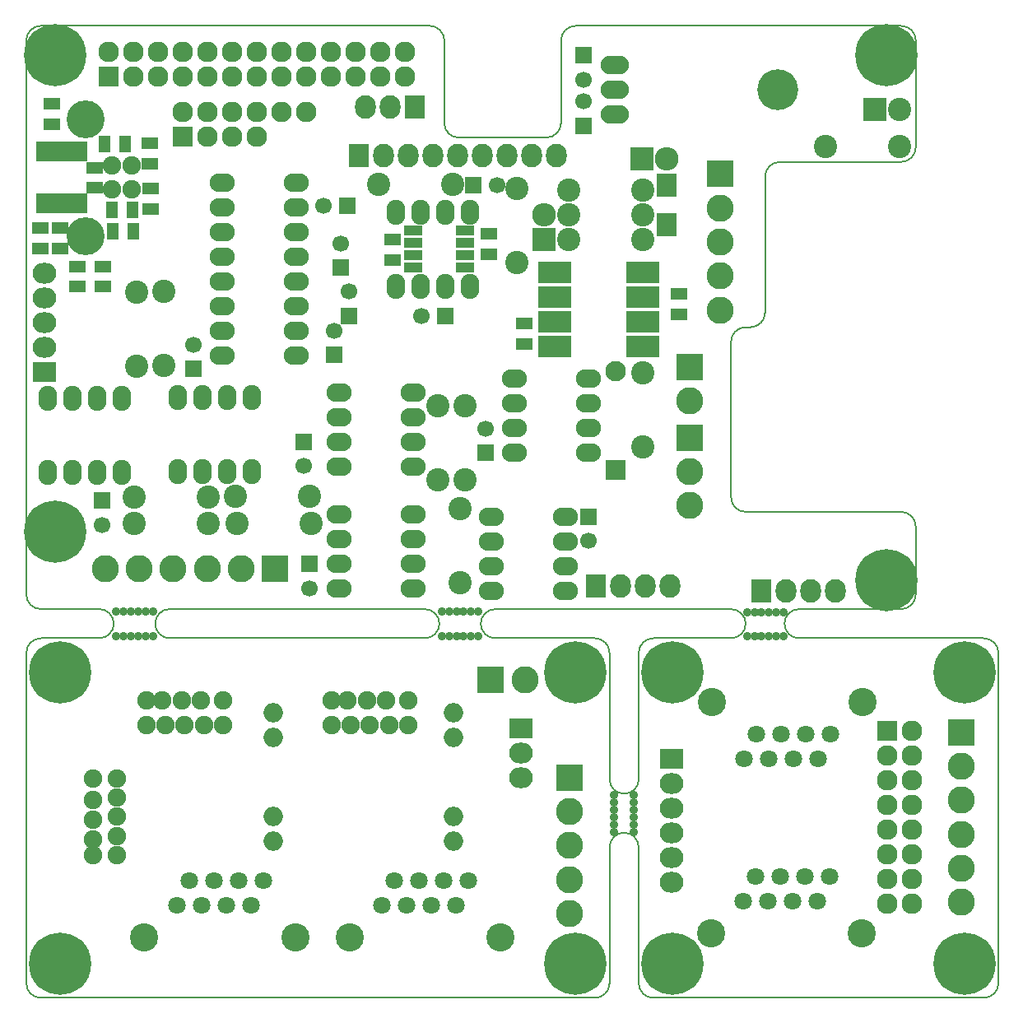
<source format=gbs>
G04 #@! TF.FileFunction,Soldermask,Bot*
%FSLAX46Y46*%
G04 Gerber Fmt 4.6, Leading zero omitted, Abs format (unit mm)*
G04 Created by KiCad (PCBNEW 4.0.2+e4-6225~38~ubuntu14.04.1-stable) date Tue 17 May 2016 07:45:52 AM CEST*
%MOMM*%
G01*
G04 APERTURE LIST*
%ADD10C,0.100000*%
%ADD11C,0.150000*%
%ADD12C,1.901140*%
%ADD13C,3.900120*%
%ADD14C,2.398980*%
%ADD15R,2.100000X2.100000*%
%ADD16O,2.127200X2.127200*%
%ADD17R,2.127200X2.127200*%
%ADD18C,1.800000*%
%ADD19C,2.900000*%
%ADD20C,0.900000*%
%ADD21R,1.700000X1.700000*%
%ADD22C,1.700000*%
%ADD23C,2.099260*%
%ADD24R,2.099260X2.099260*%
%ADD25C,6.400000*%
%ADD26O,2.120000X2.120000*%
%ADD27R,2.432000X2.432000*%
%ADD28O,2.432000X2.432000*%
%ADD29R,2.432000X2.127200*%
%ADD30O,2.432000X2.127200*%
%ADD31R,1.950000X1.000000*%
%ADD32R,3.400000X2.200000*%
%ADD33C,2.800000*%
%ADD34R,2.800000X2.800000*%
%ADD35R,2.127200X2.432000*%
%ADD36O,2.127200X2.432000*%
%ADD37O,2.899360X1.901140*%
%ADD38C,4.199840*%
%ADD39R,0.806400X2.051000*%
%ADD40O,2.000000X2.000000*%
%ADD41R,2.400000X2.400000*%
%ADD42C,2.400000*%
%ADD43R,1.300000X1.700000*%
%ADD44R,1.700000X1.300000*%
%ADD45O,2.599640X1.901140*%
%ADD46O,1.901140X2.599640*%
%ADD47R,2.100000X2.400000*%
%ADD48C,1.900000*%
G04 APERTURE END LIST*
D10*
D11*
X148250000Y-100000000D02*
X172500000Y-100000000D01*
X141000000Y-100000000D02*
X114750000Y-100000000D01*
X114750000Y-103000000D02*
X141000000Y-103000000D01*
X142500000Y-101500000D02*
G75*
G03X141000000Y-100000000I-1500000J0D01*
G01*
X141000000Y-103000000D02*
G75*
G03X142500000Y-101500000I0J1500000D01*
G01*
X101500000Y-100000000D02*
X107500000Y-100000000D01*
X101500000Y-103000000D02*
X107500000Y-103000000D01*
X148250000Y-100000000D02*
G75*
G03X146750000Y-101500000I0J-1500000D01*
G01*
X148250000Y-103000000D02*
X158500000Y-103000000D01*
X146750000Y-101500000D02*
G75*
G03X148250000Y-103000000I1500000J0D01*
G01*
X174000000Y-90000000D02*
X190000000Y-90000000D01*
X177500000Y-54000000D02*
X190000000Y-54000000D01*
X176000000Y-55500000D02*
X176000000Y-69500000D01*
X172500000Y-88500000D02*
X172500000Y-72500000D01*
X174000000Y-71000000D02*
X174500000Y-71000000D01*
X174500000Y-71000000D02*
G75*
G03X176000000Y-69500000I0J1500000D01*
G01*
X174000000Y-71000000D02*
G75*
G03X172500000Y-72500000I0J-1500000D01*
G01*
X161500000Y-119000000D02*
G75*
G03X163000000Y-117500000I0J1500000D01*
G01*
X163000000Y-124500000D02*
G75*
G03X161500000Y-123000000I-1500000J0D01*
G01*
X163000000Y-124500000D02*
X163000000Y-138500000D01*
X163000000Y-104500000D02*
X163000000Y-117500000D01*
X160000000Y-124500000D02*
X160000000Y-138500000D01*
X160000000Y-104500000D02*
X160000000Y-117500000D01*
X161500000Y-123000000D02*
G75*
G03X160000000Y-124500000I0J-1500000D01*
G01*
X160000000Y-117500000D02*
G75*
G03X161500000Y-119000000I1500000J0D01*
G01*
X164500000Y-103000000D02*
X172500000Y-103000000D01*
X164500000Y-140000000D02*
X198500000Y-140000000D01*
X163000000Y-138500000D02*
G75*
G03X164500000Y-140000000I1500000J0D01*
G01*
X158500000Y-140000000D02*
G75*
G03X160000000Y-138500000I0J1500000D01*
G01*
X164500000Y-103000000D02*
G75*
G03X163000000Y-104500000I0J-1500000D01*
G01*
X160000000Y-104500000D02*
G75*
G03X158500000Y-103000000I-1500000J0D01*
G01*
X113250000Y-101500000D02*
G75*
G03X114750000Y-103000000I1500000J0D01*
G01*
X114750000Y-100000000D02*
G75*
G03X113250000Y-101500000I0J-1500000D01*
G01*
X174000000Y-101500000D02*
G75*
G03X172500000Y-100000000I-1500000J0D01*
G01*
X172500000Y-103000000D02*
G75*
G03X174000000Y-101500000I0J1500000D01*
G01*
X178000000Y-101500000D02*
G75*
G03X179500000Y-103000000I1500000J0D01*
G01*
X179500000Y-100000000D02*
G75*
G03X178000000Y-101500000I0J-1500000D01*
G01*
X190000000Y-100000000D02*
X179500000Y-100000000D01*
X198500000Y-103000000D02*
X179500000Y-103000000D01*
X107500000Y-103000000D02*
G75*
G03X109000000Y-101500000I0J1500000D01*
G01*
X109000000Y-101500000D02*
G75*
G03X107500000Y-100000000I-1500000J0D01*
G01*
X198500000Y-140000000D02*
G75*
G03X200000000Y-138500000I0J1500000D01*
G01*
X200000000Y-104500000D02*
G75*
G03X198500000Y-103000000I-1500000J0D01*
G01*
X101500000Y-103000000D02*
G75*
G03X100000000Y-104500000I0J-1500000D01*
G01*
X100000000Y-138500000D02*
G75*
G03X101500000Y-140000000I1500000J0D01*
G01*
X100000000Y-104500000D02*
X100000000Y-138500000D01*
X200000000Y-104500000D02*
X200000000Y-138500000D01*
X101500000Y-140000000D02*
X158500000Y-140000000D01*
X191500000Y-91500000D02*
G75*
G03X190000000Y-90000000I-1500000J0D01*
G01*
X172500000Y-88500000D02*
G75*
G03X174000000Y-90000000I1500000J0D01*
G01*
X177500000Y-54000000D02*
G75*
G03X176000000Y-55500000I0J-1500000D01*
G01*
X190000000Y-54000000D02*
G75*
G03X191500000Y-52500000I0J1500000D01*
G01*
X191500000Y-41500000D02*
X191500000Y-52500000D01*
X143000000Y-41500000D02*
G75*
G03X141500000Y-40000000I-1500000J0D01*
G01*
X156500000Y-40000000D02*
G75*
G03X155000000Y-41500000I0J-1500000D01*
G01*
X153500000Y-51500000D02*
G75*
G03X155000000Y-50000000I0J1500000D01*
G01*
X143000000Y-50000000D02*
G75*
G03X144500000Y-51500000I1500000J0D01*
G01*
X144500000Y-51500000D02*
X153500000Y-51500000D01*
X143000000Y-41500000D02*
X143000000Y-50000000D01*
X155000000Y-41500000D02*
X155000000Y-50000000D01*
X190000000Y-40000000D02*
X156500000Y-40000000D01*
X100000000Y-41500000D02*
X100000000Y-98500000D01*
X191500000Y-91500000D02*
X191500000Y-98500000D01*
X191500000Y-41500000D02*
G75*
G03X190000000Y-40000000I-1500000J0D01*
G01*
X190000000Y-100000000D02*
G75*
G03X191500000Y-98500000I0J1500000D01*
G01*
X100000000Y-98500000D02*
G75*
G03X101500000Y-100000000I1500000J0D01*
G01*
X101500000Y-40000000D02*
G75*
G03X100000000Y-41500000I0J-1500000D01*
G01*
X101500000Y-40000000D02*
X141500000Y-40000000D01*
D12*
X108839000Y-54356000D03*
X108839000Y-56845200D03*
X110845600Y-56845200D03*
X110845600Y-54356000D03*
D13*
X106121200Y-49580800D03*
X106121200Y-61620400D03*
D14*
X155829000Y-56896000D03*
X163449000Y-56896000D03*
D15*
X116103400Y-51384200D03*
D16*
X116103400Y-48844200D03*
X118643400Y-51384200D03*
X118643400Y-48844200D03*
X121183400Y-51384200D03*
X121183400Y-48844200D03*
X123723400Y-51384200D03*
X123723400Y-48844200D03*
D17*
X108483400Y-45212000D03*
D16*
X108483400Y-42672000D03*
X111023400Y-45212000D03*
X111023400Y-42672000D03*
X113563400Y-45212000D03*
X113563400Y-42672000D03*
X116103400Y-45212000D03*
X116103400Y-42672000D03*
X118643400Y-45212000D03*
X118643400Y-42672000D03*
X121183400Y-45212000D03*
X121183400Y-42672000D03*
X123723400Y-45212000D03*
X123723400Y-42672000D03*
X126263400Y-45212000D03*
X126263400Y-42672000D03*
X128803400Y-45212000D03*
X128803400Y-42672000D03*
X131343400Y-45212000D03*
X131343400Y-42672000D03*
X133883400Y-45212000D03*
X133883400Y-42672000D03*
X136423400Y-45212000D03*
X136423400Y-42672000D03*
X138963400Y-45212000D03*
X138963400Y-42672000D03*
D18*
X117995000Y-130460000D03*
X115455000Y-130460000D03*
X116725000Y-127920000D03*
X119265000Y-127920000D03*
X120535000Y-130460000D03*
X121805000Y-127920000D03*
X123075000Y-130460000D03*
X124345000Y-127920000D03*
D19*
X112150000Y-133750000D03*
X127650000Y-133750000D03*
D20*
X142750000Y-100250000D03*
X143500000Y-100250000D03*
X144250000Y-100250000D03*
X145000000Y-100250000D03*
X145750000Y-100250000D03*
X146500000Y-100250000D03*
X142750000Y-102750000D03*
X143500000Y-102750000D03*
X144250000Y-102750000D03*
X145000000Y-102750000D03*
X145750000Y-102750000D03*
X146500000Y-102750000D03*
D21*
X133032500Y-58483500D03*
D22*
X130532500Y-58483500D03*
D21*
X132334000Y-64897000D03*
D22*
X132334000Y-62397000D03*
D20*
X109250000Y-100250000D03*
X110000000Y-100250000D03*
X110750000Y-100250000D03*
X111500000Y-100250000D03*
X112250000Y-100250000D03*
X113000000Y-100250000D03*
X109250000Y-102750000D03*
X110000000Y-102750000D03*
X110750000Y-102750000D03*
X111500000Y-102750000D03*
X112250000Y-102750000D03*
X113000000Y-102750000D03*
X174150000Y-100350000D03*
X174900000Y-100350000D03*
X175650000Y-100350000D03*
X176400000Y-100350000D03*
X177150000Y-100350000D03*
X177900000Y-100350000D03*
X174150000Y-102750000D03*
X174900000Y-102750000D03*
X175650000Y-102750000D03*
X176400000Y-102750000D03*
X177150000Y-102750000D03*
X177900000Y-102750000D03*
X162450000Y-119150000D03*
X162450000Y-119900000D03*
X162450000Y-120650000D03*
X162450000Y-121400000D03*
X162450000Y-122150000D03*
X162450000Y-122900000D03*
D21*
X133223000Y-69850000D03*
D22*
X133223000Y-67350000D03*
D23*
X160652460Y-75564480D03*
D24*
X160652460Y-85724480D03*
D25*
X196500000Y-136500000D03*
X196500000Y-106500000D03*
X166500000Y-106500000D03*
X166500000Y-136500000D03*
X156500000Y-136500000D03*
X156500000Y-106500000D03*
X103500000Y-106500000D03*
X103500000Y-136500000D03*
X103000000Y-92000000D03*
D21*
X145963000Y-56388000D03*
D22*
X148463000Y-56388000D03*
D21*
X143129000Y-69850000D03*
D22*
X140629000Y-69850000D03*
D26*
X126263400Y-48844200D03*
X128803400Y-48844200D03*
D27*
X153289000Y-61976000D03*
D28*
X153289000Y-59436000D03*
D25*
X188500000Y-43000000D03*
X188500000Y-97000000D03*
X103000000Y-43000000D03*
D21*
X157353000Y-43053000D03*
D22*
X157353000Y-45553000D03*
D21*
X157353000Y-50292000D03*
D22*
X157353000Y-47792000D03*
D21*
X128549400Y-82804000D03*
D22*
X128549400Y-85304000D03*
D21*
X129159000Y-95377000D03*
D22*
X129159000Y-97877000D03*
D21*
X107823000Y-88836500D03*
D22*
X107823000Y-91336500D03*
D21*
X117221000Y-75311000D03*
D22*
X117221000Y-72811000D03*
D21*
X157835600Y-90474800D03*
D22*
X157835600Y-92974800D03*
D29*
X101854000Y-75628500D03*
D30*
X101854000Y-73088500D03*
X101854000Y-70548500D03*
X101854000Y-68008500D03*
X101854000Y-65468500D03*
D31*
X139761000Y-64897000D03*
X139761000Y-63627000D03*
X139761000Y-62357000D03*
X139761000Y-61087000D03*
X145161000Y-61087000D03*
X145161000Y-62357000D03*
X145161000Y-63627000D03*
X145161000Y-64897000D03*
D32*
X154377000Y-73025000D03*
X154377000Y-70485000D03*
X154377000Y-67945000D03*
X154377000Y-65405000D03*
X163377000Y-65405000D03*
X163377000Y-67945000D03*
X163377000Y-70485000D03*
X163377000Y-73025000D03*
D14*
X144653000Y-97282000D03*
X144653000Y-89662000D03*
X142367000Y-86741000D03*
X142367000Y-79121000D03*
X145161000Y-79121000D03*
X145161000Y-86741000D03*
X121666000Y-91186000D03*
X129286000Y-91186000D03*
X111125000Y-88519000D03*
X118745000Y-88519000D03*
X121539000Y-88392000D03*
X129159000Y-88392000D03*
X118745000Y-91186000D03*
X111125000Y-91186000D03*
X111379000Y-75057000D03*
X111379000Y-67437000D03*
X114173000Y-74930000D03*
X114173000Y-67310000D03*
X163449000Y-75692000D03*
X163449000Y-83312000D03*
D33*
X122090000Y-95820000D03*
D34*
X125590000Y-95820000D03*
D33*
X118590000Y-95820000D03*
X115090000Y-95820000D03*
X111590000Y-95820000D03*
X108090000Y-95820000D03*
X151292500Y-107253000D03*
D34*
X147792500Y-107253000D03*
D33*
X171385000Y-58730000D03*
D34*
X171385000Y-55230000D03*
D33*
X171385000Y-62230000D03*
X171385000Y-65730000D03*
X171385000Y-69230000D03*
X155891000Y-120833000D03*
D34*
X155891000Y-117333000D03*
D33*
X155891000Y-124333000D03*
X155891000Y-127833000D03*
X155891000Y-131333000D03*
D27*
X163322000Y-53721000D03*
D28*
X165862000Y-53721000D03*
D14*
X150495000Y-64389000D03*
X150495000Y-56769000D03*
X155829000Y-61976000D03*
X163449000Y-61976000D03*
X155829000Y-59436000D03*
X163449000Y-59436000D03*
D33*
X196150000Y-116162000D03*
D34*
X196150000Y-112662000D03*
D33*
X196150000Y-119662000D03*
X196150000Y-123162000D03*
X196150000Y-126662000D03*
X196150000Y-130162000D03*
D35*
X139935800Y-48326200D03*
D36*
X137395800Y-48326200D03*
X134855800Y-48326200D03*
D20*
X160450000Y-119150000D03*
X160450000Y-119900000D03*
X160450000Y-120650000D03*
X160450000Y-121400000D03*
X160450000Y-122150000D03*
X160450000Y-122900000D03*
D18*
X180213000Y-112893000D03*
X182753000Y-112893000D03*
X181483000Y-115433000D03*
X178943000Y-115433000D03*
X177673000Y-112893000D03*
X176403000Y-115433000D03*
X175133000Y-112893000D03*
X173863000Y-115433000D03*
D19*
X186058000Y-109603000D03*
X170558000Y-109603000D03*
D18*
X176276000Y-130058000D03*
X173736000Y-130058000D03*
X175006000Y-127518000D03*
X177546000Y-127518000D03*
X178816000Y-130058000D03*
X180086000Y-127518000D03*
X181356000Y-130058000D03*
X182626000Y-127518000D03*
D19*
X170431000Y-133348000D03*
X185931000Y-133348000D03*
D18*
X139095000Y-130460000D03*
X136555000Y-130460000D03*
X137825000Y-127920000D03*
X140365000Y-127920000D03*
X141635000Y-130460000D03*
X142905000Y-127920000D03*
X144175000Y-130460000D03*
X145445000Y-127920000D03*
D19*
X133250000Y-133750000D03*
X148750000Y-133750000D03*
D17*
X188595000Y-112522000D03*
D16*
X191135000Y-112522000D03*
X188595000Y-115062000D03*
X191135000Y-115062000D03*
X188595000Y-117602000D03*
X191135000Y-117602000D03*
X188595000Y-120142000D03*
X191135000Y-120142000D03*
X188595000Y-122682000D03*
X191135000Y-122682000D03*
X188595000Y-125222000D03*
X191135000Y-125222000D03*
X188595000Y-127762000D03*
X191135000Y-127762000D03*
X188595000Y-130302000D03*
X191135000Y-130302000D03*
D29*
X166370000Y-115443000D03*
D30*
X166370000Y-117983000D03*
X166370000Y-120523000D03*
X166370000Y-123063000D03*
X166370000Y-125603000D03*
X166370000Y-128143000D03*
D37*
X160528000Y-46609000D03*
X160528000Y-44069000D03*
X160528000Y-49149000D03*
D38*
X177292000Y-46609000D03*
D39*
X103314500Y-52959000D03*
X103949500Y-52959000D03*
X104584500Y-52959000D03*
X105219500Y-52959000D03*
X101409500Y-58293000D03*
X101409500Y-52959000D03*
X102044500Y-52959000D03*
X102679500Y-52959000D03*
X105854500Y-58293000D03*
X105219500Y-58293000D03*
X104584500Y-58293000D03*
X103949500Y-58293000D03*
X103314500Y-58293000D03*
X102679500Y-58293000D03*
X105854500Y-52959000D03*
X102044500Y-58293000D03*
D35*
X175577500Y-98171000D03*
D36*
X178117500Y-98171000D03*
X180657500Y-98171000D03*
X183197500Y-98171000D03*
D33*
X168210000Y-85852000D03*
D34*
X168210000Y-82352000D03*
D33*
X168210000Y-89352000D03*
X168210000Y-78585000D03*
D34*
X168210000Y-75085000D03*
D21*
X147256500Y-83947000D03*
D22*
X147256500Y-81447000D03*
D35*
X134239000Y-53340000D03*
D36*
X136779000Y-53340000D03*
X139319000Y-53340000D03*
X141859000Y-53340000D03*
X144399000Y-53340000D03*
X146939000Y-53340000D03*
X149479000Y-53340000D03*
X152019000Y-53340000D03*
X154559000Y-53340000D03*
D14*
X143827500Y-56324500D03*
X136207500Y-56324500D03*
D40*
X143941800Y-110642400D03*
X143941800Y-113182400D03*
X143941800Y-121310400D03*
X143941800Y-123850400D03*
X125399800Y-110642400D03*
X125399800Y-113182400D03*
X125399800Y-121310400D03*
X125399800Y-123850400D03*
D29*
X150926800Y-112242600D03*
D30*
X150926800Y-114782600D03*
X150926800Y-117322600D03*
D41*
X187325000Y-48641000D03*
D42*
X189865000Y-48641000D03*
D14*
X189865000Y-52451000D03*
X182245000Y-52451000D03*
D21*
X131699000Y-73850500D03*
D22*
X131699000Y-71350500D03*
D43*
X110905000Y-58928000D03*
X108805000Y-58928000D03*
X110968500Y-61150500D03*
X108868500Y-61150500D03*
D44*
X147574000Y-61383200D03*
X147574000Y-63483200D03*
X137642600Y-61992800D03*
X137642600Y-64092800D03*
X167182800Y-69680800D03*
X167182800Y-67580800D03*
X151257000Y-72728800D03*
X151257000Y-70628800D03*
X103441500Y-60799000D03*
X103441500Y-62899000D03*
X101409500Y-60799000D03*
X101409500Y-62899000D03*
X112776000Y-58835000D03*
X112776000Y-56735000D03*
X106997500Y-54576000D03*
X106997500Y-56676000D03*
D43*
X108043000Y-52133500D03*
X110143000Y-52133500D03*
D44*
X102616000Y-50152000D03*
X102616000Y-48052000D03*
X112712500Y-52099500D03*
X112712500Y-54199500D03*
X105283000Y-64736000D03*
X105283000Y-66836000D03*
X107886500Y-64736000D03*
X107886500Y-66836000D03*
D45*
X127810000Y-73890000D03*
X127810000Y-71350000D03*
X127810000Y-68810000D03*
X127810000Y-66270000D03*
X127810000Y-63730000D03*
X127810000Y-61190000D03*
X127810000Y-58650000D03*
X127810000Y-56110000D03*
X120190000Y-56110000D03*
X120190000Y-58650000D03*
X120190000Y-61190000D03*
X120190000Y-63730000D03*
X120190000Y-66270000D03*
X120190000Y-68810000D03*
X120190000Y-71350000D03*
X120190000Y-73890000D03*
X139827000Y-85344000D03*
X139827000Y-82804000D03*
X139827000Y-80264000D03*
X139827000Y-77724000D03*
X132207000Y-77724000D03*
X132207000Y-80264000D03*
X132207000Y-82804000D03*
X132207000Y-85344000D03*
X139827000Y-97917000D03*
X139827000Y-95377000D03*
X139827000Y-92837000D03*
X139827000Y-90297000D03*
X132207000Y-90297000D03*
X132207000Y-92837000D03*
X132207000Y-95377000D03*
X132207000Y-97917000D03*
D46*
X115570000Y-85852000D03*
X118110000Y-85852000D03*
X120650000Y-85852000D03*
X123190000Y-85852000D03*
X123190000Y-78232000D03*
X120650000Y-78232000D03*
X118110000Y-78232000D03*
X115570000Y-78232000D03*
X109791500Y-78295500D03*
X107251500Y-78295500D03*
X104711500Y-78295500D03*
X102171500Y-78295500D03*
X102171500Y-85915500D03*
X104711500Y-85915500D03*
X107251500Y-85915500D03*
X109791500Y-85915500D03*
D45*
X147828000Y-90525600D03*
X147828000Y-93065600D03*
X147828000Y-95605600D03*
X147828000Y-98145600D03*
X155448000Y-98145600D03*
X155448000Y-95605600D03*
X155448000Y-93065600D03*
X155448000Y-90525600D03*
X157861000Y-83947000D03*
X157861000Y-81407000D03*
X157861000Y-78867000D03*
X157861000Y-76327000D03*
X150241000Y-76327000D03*
X150241000Y-78867000D03*
X150241000Y-81407000D03*
X150241000Y-83947000D03*
D46*
X138049000Y-66802000D03*
X140589000Y-66802000D03*
X143129000Y-66802000D03*
X145669000Y-66802000D03*
X145669000Y-59182000D03*
X143129000Y-59182000D03*
X140589000Y-59182000D03*
X138049000Y-59182000D03*
D47*
X165862000Y-56420000D03*
X165862000Y-60420000D03*
D35*
X158597600Y-97637600D03*
D36*
X161137600Y-97637600D03*
X163677600Y-97637600D03*
X166217600Y-97637600D03*
D48*
X106825800Y-117411200D03*
X106825800Y-123661200D03*
X106825800Y-119661200D03*
X106825800Y-121661200D03*
X106825800Y-125311200D03*
X109325800Y-121361200D03*
X109326680Y-123361200D03*
X109325800Y-117411200D03*
X109325800Y-119361200D03*
X109326680Y-125311200D03*
X120231200Y-109391200D03*
X113981200Y-109391200D03*
X117981200Y-109391200D03*
X115981200Y-109391200D03*
X112331200Y-109391200D03*
X116281200Y-111891200D03*
X114281200Y-111892080D03*
X120231200Y-111891200D03*
X118281200Y-111891200D03*
X112331200Y-111892080D03*
X139281200Y-109391200D03*
X133031200Y-109391200D03*
X137031200Y-109391200D03*
X135031200Y-109391200D03*
X131381200Y-109391200D03*
X135331200Y-111891200D03*
X133331200Y-111892080D03*
X139281200Y-111891200D03*
X137331200Y-111891200D03*
X131381200Y-111892080D03*
M02*

</source>
